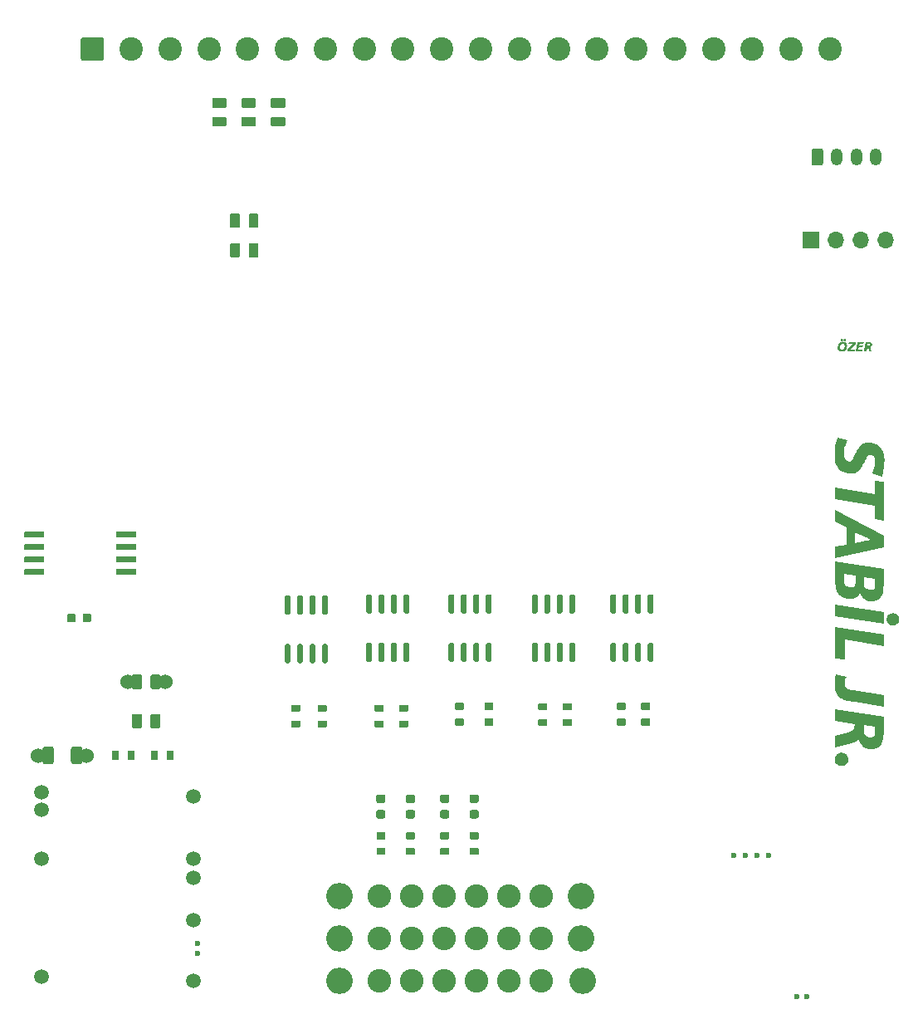
<source format=gts>
G04 #@! TF.GenerationSoftware,KiCad,Pcbnew,8.0.9-8.0.9-0~ubuntu24.04.1*
G04 #@! TF.CreationDate,2025-04-20T18:37:12+00:00*
G04 #@! TF.ProjectId,stabiljr,73746162-696c-46a7-922e-6b696361645f,V1*
G04 #@! TF.SameCoordinates,PX3a2c940PY8e93060*
G04 #@! TF.FileFunction,Soldermask,Top*
G04 #@! TF.FilePolarity,Negative*
%FSLAX46Y46*%
G04 Gerber Fmt 4.6, Leading zero omitted, Abs format (unit mm)*
G04 Created by KiCad (PCBNEW 8.0.9-8.0.9-0~ubuntu24.04.1) date 2025-04-20 18:37:12*
%MOMM*%
%LPD*%
G01*
G04 APERTURE LIST*
%ADD10C,0.250000*%
%ADD11C,0.500000*%
%ADD12C,1.524000*%
%ADD13C,0.600000*%
%ADD14O,1.200000X1.750000*%
%ADD15C,1.500000*%
%ADD16R,1.700000X1.700000*%
%ADD17O,1.700000X1.700000*%
%ADD18O,2.703200X2.703200*%
%ADD19O,2.403200X2.403200*%
%ADD20C,2.400000*%
G04 APERTURE END LIST*
D10*
G36*
X88173144Y72168416D02*
G01*
X88221905Y72162405D01*
X88278251Y72149257D01*
X88329482Y72129847D01*
X88375596Y72104177D01*
X88416593Y72072245D01*
X88445708Y72042192D01*
X88478163Y71998251D01*
X88503902Y71949776D01*
X88522928Y71896768D01*
X88535238Y71839226D01*
X88540367Y71787811D01*
X88541207Y71755451D01*
X88538902Y71692570D01*
X88531987Y71632276D01*
X88520461Y71574570D01*
X88504326Y71519451D01*
X88483581Y71466920D01*
X88458225Y71416976D01*
X88428260Y71369619D01*
X88393684Y71324850D01*
X88357144Y71285878D01*
X88318477Y71252095D01*
X88277683Y71223501D01*
X88234762Y71200096D01*
X88209281Y71189051D01*
X88158074Y71172286D01*
X88108470Y71161990D01*
X88055019Y71156029D01*
X88005094Y71154369D01*
X87954104Y71156239D01*
X87894822Y71163836D01*
X87840488Y71177276D01*
X87791104Y71196560D01*
X87746670Y71221688D01*
X87707184Y71252660D01*
X87685868Y71274048D01*
X87650923Y71319128D01*
X87623209Y71369188D01*
X87602724Y71424229D01*
X87591176Y71473900D01*
X87584649Y71527030D01*
X87583051Y71571780D01*
X87825331Y71571780D01*
X87828811Y71518123D01*
X87841047Y71465532D01*
X87862093Y71421171D01*
X87881018Y71396169D01*
X87922646Y71363128D01*
X87969254Y71346237D01*
X88013398Y71341947D01*
X88067731Y71347978D01*
X88117249Y71366070D01*
X88161952Y71396224D01*
X88196436Y71431670D01*
X88222470Y71467977D01*
X88246217Y71510896D01*
X88265861Y71558442D01*
X88280033Y71605190D01*
X88284019Y71621606D01*
X88293336Y71669813D01*
X88299089Y71719376D01*
X88300383Y71754474D01*
X88296857Y71807200D01*
X88284460Y71859145D01*
X88263137Y71903284D01*
X88243963Y71928375D01*
X88206098Y71959384D01*
X88158997Y71977522D01*
X88108164Y71982841D01*
X88055409Y71976491D01*
X88006291Y71957443D01*
X87964794Y71929107D01*
X87928148Y71892170D01*
X87896796Y71847852D01*
X87873371Y71802262D01*
X87858548Y71764243D01*
X87844016Y71716494D01*
X87833635Y71668500D01*
X87826920Y71614215D01*
X87825331Y71571780D01*
X87583051Y71571780D01*
X87583042Y71572024D01*
X87585051Y71627757D01*
X87591079Y71682117D01*
X87601126Y71735102D01*
X87615191Y71786714D01*
X87633274Y71836951D01*
X87640195Y71853392D01*
X87662505Y71899872D01*
X87687760Y71942989D01*
X87721955Y71990290D01*
X87760392Y72032748D01*
X87803071Y72070364D01*
X87833879Y72092750D01*
X87879103Y72119145D01*
X87928310Y72140080D01*
X87981501Y72155553D01*
X88038677Y72165565D01*
X88089367Y72169737D01*
X88121109Y72170419D01*
X88173144Y72168416D01*
G37*
G36*
X88057657Y72458993D02*
G01*
X88100422Y72431432D01*
X88102791Y72429072D01*
X88129090Y72387206D01*
X88136496Y72342366D01*
X88126984Y72292107D01*
X88102791Y72255660D01*
X88060232Y72226900D01*
X88011348Y72217351D01*
X88007780Y72217314D01*
X87958318Y72225739D01*
X87915140Y72253301D01*
X87912770Y72255660D01*
X87886470Y72297319D01*
X87879064Y72341633D01*
X87887491Y72390177D01*
X87912770Y72429317D01*
X87956062Y72457893D01*
X88005632Y72467381D01*
X88009246Y72467419D01*
X88057657Y72458993D01*
G37*
G36*
X88373351Y72457832D02*
G01*
X88415422Y72429072D01*
X88441721Y72387206D01*
X88449127Y72342366D01*
X88439615Y72292107D01*
X88415422Y72255660D01*
X88372862Y72226900D01*
X88323979Y72217351D01*
X88320411Y72217314D01*
X88270948Y72225739D01*
X88227771Y72253301D01*
X88225401Y72255660D01*
X88199101Y72297319D01*
X88191695Y72341633D01*
X88200122Y72390543D01*
X88225401Y72429317D01*
X88268815Y72457893D01*
X88318721Y72467381D01*
X88322365Y72467419D01*
X88373351Y72457832D01*
G37*
G36*
X88544870Y71170000D02*
G01*
X88570760Y71335353D01*
X89118108Y71967209D01*
X88688485Y71967209D01*
X88717794Y72154788D01*
X89455652Y72154788D01*
X89429030Y71988703D01*
X88877041Y71357579D01*
X89345010Y71357579D01*
X89314724Y71170000D01*
X88544870Y71170000D01*
G37*
G36*
X89456873Y71170000D02*
G01*
X89613189Y72154788D01*
X90237473Y72154788D01*
X90208164Y71967209D01*
X89818841Y71967209D01*
X89786357Y71763999D01*
X90155652Y71763999D01*
X90126587Y71576421D01*
X89757048Y71576421D01*
X89721877Y71357579D01*
X90130983Y71357579D01*
X90101674Y71170000D01*
X89456873Y71170000D01*
G37*
G36*
X90785149Y72153702D02*
G01*
X90841500Y72149535D01*
X90890794Y72142242D01*
X90939381Y72129783D01*
X90983147Y72110335D01*
X91025116Y72079169D01*
X91056777Y72040592D01*
X91078130Y71994605D01*
X91089175Y71941209D01*
X91090858Y71907370D01*
X91086311Y71851499D01*
X91072672Y71801215D01*
X91049940Y71756517D01*
X91018115Y71717406D01*
X90995847Y71697565D01*
X90952412Y71668660D01*
X90907042Y71648623D01*
X90885450Y71642366D01*
X90921267Y71606521D01*
X90933565Y71585213D01*
X90951501Y71537994D01*
X90966950Y71488951D01*
X90981398Y71440068D01*
X90983635Y71432317D01*
X91057641Y71170000D01*
X90817306Y71170000D01*
X90765771Y71361243D01*
X90752576Y71408805D01*
X90736400Y71459001D01*
X90716216Y71506754D01*
X90709839Y71517802D01*
X90672831Y71550729D01*
X90654640Y71556881D01*
X90606524Y71560789D01*
X90575261Y71560789D01*
X90513468Y71170000D01*
X90278018Y71170000D01*
X90369822Y71748368D01*
X90598220Y71748368D01*
X90661967Y71748368D01*
X90712144Y71751092D01*
X90761611Y71761820D01*
X90800697Y71782806D01*
X90833590Y71820021D01*
X90850260Y71869656D01*
X90851500Y71889784D01*
X90840753Y71939182D01*
X90808513Y71969163D01*
X90760153Y71980223D01*
X90706771Y71982827D01*
X90702023Y71982841D01*
X90635589Y71982841D01*
X90598220Y71748368D01*
X90369822Y71748368D01*
X90434333Y72154788D01*
X90732798Y72154788D01*
X90785149Y72153702D01*
G37*
D11*
G36*
X87583251Y62380322D02*
G01*
X88588311Y62115318D01*
X88484281Y61878175D01*
X88391848Y61648891D01*
X88351395Y61535241D01*
X88282917Y61297616D01*
X88233114Y61040159D01*
X88210979Y60789620D01*
X88209734Y60715807D01*
X88233977Y60466056D01*
X88325139Y60232664D01*
X88414898Y60122296D01*
X88625844Y59990062D01*
X88762944Y59968423D01*
X88994333Y60056233D01*
X89029169Y60091766D01*
X89168686Y60297963D01*
X89180600Y60321354D01*
X89380879Y60723134D01*
X89499360Y60950122D01*
X89633791Y61180973D01*
X89782416Y61400010D01*
X89943234Y61589313D01*
X89978053Y61623169D01*
X90188402Y61773865D01*
X90434768Y61868747D01*
X90687291Y61906421D01*
X90777948Y61908933D01*
X91031183Y61890128D01*
X91304593Y61820655D01*
X91554278Y61699991D01*
X91780237Y61528136D01*
X91927110Y61374041D01*
X92071538Y61174072D01*
X92186084Y60951520D01*
X92270749Y60706385D01*
X92325532Y60438667D01*
X92350433Y60148366D01*
X92352093Y60046581D01*
X92345355Y59797979D01*
X92325140Y59547529D01*
X92291450Y59295230D01*
X92244283Y59041083D01*
X92183639Y58785087D01*
X92109520Y58527243D01*
X92076099Y58423587D01*
X91151639Y58744767D01*
X91240869Y59020914D01*
X91311638Y59277827D01*
X91370868Y59553249D01*
X91404970Y59802491D01*
X91414200Y59995290D01*
X91388201Y60239582D01*
X91284817Y60469972D01*
X91256664Y60504536D01*
X91046090Y60644535D01*
X90912281Y60663294D01*
X90680173Y60567887D01*
X90627739Y60506979D01*
X90503103Y60292828D01*
X90378622Y60053913D01*
X90338311Y59974529D01*
X90211786Y59730468D01*
X90074267Y59486318D01*
X89930412Y59260813D01*
X89770557Y59059217D01*
X89755792Y59043964D01*
X89560499Y58888707D01*
X89329077Y58784261D01*
X89061528Y58730626D01*
X88897278Y58722785D01*
X88625324Y58742148D01*
X88374579Y58800237D01*
X88145043Y58897051D01*
X87936717Y59032592D01*
X87749599Y59206858D01*
X87691939Y59273552D01*
X87549172Y59479089D01*
X87435942Y59711930D01*
X87352251Y59972077D01*
X87298098Y60259530D01*
X87275534Y60519933D01*
X87271842Y60685276D01*
X87279445Y60967515D01*
X87302253Y61243314D01*
X87340267Y61512673D01*
X87393486Y61775591D01*
X87461911Y62032070D01*
X87545542Y62282109D01*
X87583251Y62380322D01*
G37*
G36*
X87350000Y57269540D02*
G01*
X91336043Y56638172D01*
X91336043Y58016923D01*
X92273935Y57865492D01*
X92273935Y53939289D01*
X91336043Y54090719D01*
X91336043Y55460922D01*
X87350000Y56095953D01*
X87350000Y57269540D01*
G37*
G36*
X92273935Y52407886D02*
G01*
X92273935Y51213539D01*
X87350000Y50082694D01*
X87350000Y51272157D01*
X88522365Y51499303D01*
X88522365Y51665388D01*
X89382100Y51665388D01*
X90098953Y51803385D01*
X90370062Y51858263D01*
X90613084Y51904440D01*
X90877362Y51949926D01*
X91014863Y51970691D01*
X90774122Y52081000D01*
X90534077Y52198494D01*
X90307695Y52312926D01*
X90277250Y52328507D01*
X89382100Y52770587D01*
X89382100Y51665388D01*
X88522365Y51665388D01*
X88522365Y53222436D01*
X87350000Y53809840D01*
X87350000Y55042045D01*
X92273935Y52407886D01*
G37*
G36*
X92273935Y49000698D02*
G01*
X92273935Y47580426D01*
X92270137Y47308586D01*
X92256494Y47036121D01*
X92229285Y46778317D01*
X92194556Y46592464D01*
X92111352Y46348302D01*
X91973583Y46121423D01*
X91788111Y45941294D01*
X91723168Y45896372D01*
X91494762Y45787722D01*
X91238193Y45729218D01*
X91051500Y45718074D01*
X90793659Y45738995D01*
X90529610Y45814138D01*
X90298228Y45943930D01*
X90099513Y46128371D01*
X90076971Y46155269D01*
X89935720Y46363023D01*
X89871807Y46515527D01*
X89751802Y46297115D01*
X89545818Y46113189D01*
X89305350Y46009730D01*
X89054490Y45963748D01*
X88864305Y45954990D01*
X88597093Y45973952D01*
X88343476Y46030839D01*
X88103455Y46125650D01*
X88057083Y46149163D01*
X87832294Y46295383D01*
X87652522Y46478505D01*
X87517765Y46698527D01*
X87462351Y46836707D01*
X87398385Y47085486D01*
X87365799Y47329390D01*
X87351755Y47576686D01*
X87350000Y47711096D01*
X87350000Y48105548D01*
X88209734Y48105548D01*
X88218332Y47839855D01*
X88252191Y47590158D01*
X88318422Y47411899D01*
X88500460Y47246577D01*
X88588311Y47204292D01*
X88832105Y47143563D01*
X88930251Y47138347D01*
X89177296Y47181012D01*
X89362561Y47332520D01*
X89444134Y47578373D01*
X89454334Y47731857D01*
X90241835Y47731857D01*
X90257100Y47465408D01*
X90315718Y47224065D01*
X90398150Y47088277D01*
X90600877Y46943854D01*
X90856430Y46880308D01*
X90939148Y46877007D01*
X91181364Y46926648D01*
X91349476Y47102931D01*
X91403518Y47341397D01*
X91414200Y47593860D01*
X91414200Y47987091D01*
X90241835Y48173936D01*
X90241835Y47731857D01*
X89454334Y47731857D01*
X89460258Y47821005D01*
X89460258Y48299721D01*
X88209734Y48496337D01*
X88209734Y48105548D01*
X87350000Y48105548D01*
X87350000Y49782275D01*
X92273935Y49000698D01*
G37*
G36*
X87350000Y45384683D02*
G01*
X92273935Y44603106D01*
X92273935Y43425855D01*
X87350000Y44207432D01*
X87350000Y45384683D01*
G37*
G36*
X93837090Y43848395D02*
G01*
X93794961Y43606341D01*
X93657155Y43392514D01*
X93645359Y43380670D01*
X93436029Y43249173D01*
X93211828Y43212143D01*
X92960531Y43259706D01*
X92778297Y43380670D01*
X92634499Y43593467D01*
X92586753Y43837883D01*
X92586566Y43855723D01*
X92628694Y44103037D01*
X92766501Y44318924D01*
X92778297Y44330775D01*
X92986593Y44462273D01*
X93208164Y44499303D01*
X93452712Y44457171D01*
X93646580Y44330775D01*
X93789462Y44114315D01*
X93836903Y43866464D01*
X93837090Y43848395D01*
G37*
G36*
X87350000Y43122994D02*
G01*
X92273935Y42341417D01*
X92273935Y41162945D01*
X88287892Y41797977D01*
X88287892Y39752443D01*
X87350000Y39898989D01*
X87350000Y43122994D01*
G37*
G36*
X92273935Y36148640D02*
G01*
X92273935Y34970168D01*
X89373551Y35434229D01*
X89103227Y35476692D01*
X88821813Y35524891D01*
X88552752Y35577326D01*
X88300584Y35638731D01*
X88206071Y35669924D01*
X87968697Y35781741D01*
X87765823Y35919357D01*
X87578827Y36105011D01*
X87463572Y36271982D01*
X87362464Y36504204D01*
X87303485Y36747464D01*
X87276523Y36990944D01*
X87271842Y37156141D01*
X87279322Y37410434D01*
X87306188Y37686600D01*
X87352595Y37947349D01*
X87418540Y38192679D01*
X87428157Y38222261D01*
X88457641Y37998779D01*
X88368125Y37757613D01*
X88304469Y37502532D01*
X88287892Y37318563D01*
X88329967Y37064913D01*
X88481092Y36855169D01*
X88507711Y36834962D01*
X88750427Y36735128D01*
X88993596Y36678003D01*
X89173272Y36645674D01*
X92273935Y36148640D01*
G37*
G36*
X92273935Y33916260D02*
G01*
X92273935Y32423936D01*
X92268509Y32162180D01*
X92247672Y31880423D01*
X92211207Y31633957D01*
X92148913Y31391018D01*
X92051674Y31172192D01*
X91895840Y30962344D01*
X91702956Y30804039D01*
X91473023Y30697274D01*
X91206041Y30642051D01*
X91036845Y30633636D01*
X90757491Y30656368D01*
X90506070Y30724564D01*
X90282582Y30838224D01*
X90087027Y30997348D01*
X89987822Y31108689D01*
X89843297Y31325864D01*
X89743112Y31552714D01*
X89711828Y31660677D01*
X89532603Y31481589D01*
X89426064Y31420098D01*
X89189966Y31330421D01*
X88944753Y31253173D01*
X88700336Y31180937D01*
X88661584Y31169749D01*
X87350000Y30799721D01*
X87350000Y32001396D01*
X88306210Y32259072D01*
X88544024Y32325048D01*
X88795001Y32405923D01*
X89033768Y32506845D01*
X89089009Y32538730D01*
X89253641Y32723771D01*
X89272012Y32778088D01*
X90241835Y32778088D01*
X90255455Y32527208D01*
X90309097Y32279871D01*
X90414026Y32084439D01*
X90600101Y31919976D01*
X90848275Y31836628D01*
X90948918Y31830426D01*
X91195908Y31884160D01*
X91345812Y32045360D01*
X91401111Y32287160D01*
X91414134Y32554072D01*
X91414200Y32577809D01*
X91414200Y32909980D01*
X90241835Y33096825D01*
X90241835Y32778088D01*
X89272012Y32778088D01*
X89284403Y32814725D01*
X89303942Y33055304D01*
X89303942Y33211619D01*
X87350000Y33520587D01*
X87350000Y34697837D01*
X92273935Y33916260D01*
G37*
G36*
X88678681Y29591940D02*
G01*
X88637307Y29344668D01*
X88501155Y29123830D01*
X88462526Y29085137D01*
X88241486Y28954161D01*
X87985460Y28910673D01*
X87966713Y28910503D01*
X87717377Y28949143D01*
X87499925Y29075539D01*
X87487997Y29086358D01*
X87340235Y29285378D01*
X87275219Y29525537D01*
X87271842Y29601710D01*
X87313215Y29849116D01*
X87449367Y30068022D01*
X87487997Y30106072D01*
X87697708Y30238432D01*
X87944449Y30289755D01*
X87980146Y30290475D01*
X88230286Y30249688D01*
X88450372Y30116271D01*
X88462526Y30104850D01*
X88610288Y29906298D01*
X88675303Y29667541D01*
X88678681Y29591940D01*
G37*
G04 #@! TO.C,R1*
G36*
G01*
X31905000Y35150000D02*
X32685000Y35150000D01*
G75*
G02*
X32755000Y35080000I0J-70000D01*
G01*
X32755000Y34520000D01*
G75*
G02*
X32685000Y34450000I-70000J0D01*
G01*
X31905000Y34450000D01*
G75*
G02*
X31835000Y34520000I0J70000D01*
G01*
X31835000Y35080000D01*
G75*
G02*
X31905000Y35150000I70000J0D01*
G01*
G37*
G36*
G01*
X31905000Y33550000D02*
X32685000Y33550000D01*
G75*
G02*
X32755000Y33480000I0J-70000D01*
G01*
X32755000Y32920000D01*
G75*
G02*
X32685000Y32850000I-70000J0D01*
G01*
X31905000Y32850000D01*
G75*
G02*
X31835000Y32920000I0J70000D01*
G01*
X31835000Y33480000D01*
G75*
G02*
X31905000Y33550000I70000J0D01*
G01*
G37*
G04 #@! TD*
G04 #@! TO.C,R22*
G36*
G01*
X57890000Y33000000D02*
X57110000Y33000000D01*
G75*
G02*
X57040000Y33070000I0J70000D01*
G01*
X57040000Y33630000D01*
G75*
G02*
X57110000Y33700000I70000J0D01*
G01*
X57890000Y33700000D01*
G75*
G02*
X57960000Y33630000I0J-70000D01*
G01*
X57960000Y33070000D01*
G75*
G02*
X57890000Y33000000I-70000J0D01*
G01*
G37*
G36*
G01*
X57890000Y34600000D02*
X57110000Y34600000D01*
G75*
G02*
X57040000Y34670000I0J70000D01*
G01*
X57040000Y35230000D01*
G75*
G02*
X57110000Y35300000I70000J0D01*
G01*
X57890000Y35300000D01*
G75*
G02*
X57960000Y35230000I0J-70000D01*
G01*
X57960000Y34670000D01*
G75*
G02*
X57890000Y34600000I-70000J0D01*
G01*
G37*
G04 #@! TD*
G04 #@! TO.C,MAP1*
G36*
G01*
X16010000Y48943700D02*
X16010000Y48436300D01*
G75*
G02*
X15968700Y48395000I-41300J0D01*
G01*
X14031300Y48395000D01*
G75*
G02*
X13990000Y48436300I0J41300D01*
G01*
X13990000Y48943700D01*
G75*
G02*
X14031300Y48985000I41300J0D01*
G01*
X15968700Y48985000D01*
G75*
G02*
X16010000Y48943700I0J-41300D01*
G01*
G37*
G36*
G01*
X16010000Y50213700D02*
X16010000Y49706300D01*
G75*
G02*
X15968700Y49665000I-41300J0D01*
G01*
X14031300Y49665000D01*
G75*
G02*
X13990000Y49706300I0J41300D01*
G01*
X13990000Y50213700D01*
G75*
G02*
X14031300Y50255000I41300J0D01*
G01*
X15968700Y50255000D01*
G75*
G02*
X16010000Y50213700I0J-41300D01*
G01*
G37*
G36*
G01*
X16010000Y51483700D02*
X16010000Y50976300D01*
G75*
G02*
X15968700Y50935000I-41300J0D01*
G01*
X14031300Y50935000D01*
G75*
G02*
X13990000Y50976300I0J41300D01*
G01*
X13990000Y51483700D01*
G75*
G02*
X14031300Y51525000I41300J0D01*
G01*
X15968700Y51525000D01*
G75*
G02*
X16010000Y51483700I0J-41300D01*
G01*
G37*
G36*
G01*
X16010000Y52753700D02*
X16010000Y52246300D01*
G75*
G02*
X15968700Y52205000I-41300J0D01*
G01*
X14031300Y52205000D01*
G75*
G02*
X13990000Y52246300I0J41300D01*
G01*
X13990000Y52753700D01*
G75*
G02*
X14031300Y52795000I41300J0D01*
G01*
X15968700Y52795000D01*
G75*
G02*
X16010000Y52753700I0J-41300D01*
G01*
G37*
G36*
G01*
X6650000Y52753700D02*
X6650000Y52246300D01*
G75*
G02*
X6608700Y52205000I-41300J0D01*
G01*
X4671300Y52205000D01*
G75*
G02*
X4630000Y52246300I0J41300D01*
G01*
X4630000Y52753700D01*
G75*
G02*
X4671300Y52795000I41300J0D01*
G01*
X6608700Y52795000D01*
G75*
G02*
X6650000Y52753700I0J-41300D01*
G01*
G37*
G36*
G01*
X6650000Y51483700D02*
X6650000Y50976300D01*
G75*
G02*
X6608700Y50935000I-41300J0D01*
G01*
X4671300Y50935000D01*
G75*
G02*
X4630000Y50976300I0J41300D01*
G01*
X4630000Y51483700D01*
G75*
G02*
X4671300Y51525000I41300J0D01*
G01*
X6608700Y51525000D01*
G75*
G02*
X6650000Y51483700I0J-41300D01*
G01*
G37*
G36*
G01*
X6650000Y50213700D02*
X6650000Y49706300D01*
G75*
G02*
X6608700Y49665000I-41300J0D01*
G01*
X4671300Y49665000D01*
G75*
G02*
X4630000Y49706300I0J41300D01*
G01*
X4630000Y50213700D01*
G75*
G02*
X4671300Y50255000I41300J0D01*
G01*
X6608700Y50255000D01*
G75*
G02*
X6650000Y50213700I0J-41300D01*
G01*
G37*
G36*
G01*
X6650000Y48943700D02*
X6650000Y48436300D01*
G75*
G02*
X6608700Y48395000I-41300J0D01*
G01*
X4671300Y48395000D01*
G75*
G02*
X4630000Y48436300I0J41300D01*
G01*
X4630000Y48943700D01*
G75*
G02*
X4671300Y48985000I41300J0D01*
G01*
X6608700Y48985000D01*
G75*
G02*
X6650000Y48943700I0J-41300D01*
G01*
G37*
G04 #@! TD*
D12*
G04 #@! TO.C,R9*
X15144979Y37500000D03*
G36*
G01*
X15599978Y36875000D02*
X15599978Y38125000D01*
G75*
G02*
X15699978Y38225000I100000J0D01*
G01*
X16499978Y38225000D01*
G75*
G02*
X16599978Y38125000I0J-100000D01*
G01*
X16599978Y36875000D01*
G75*
G02*
X16499978Y36775000I-100000J0D01*
G01*
X15699978Y36775000D01*
G75*
G02*
X15599978Y36875000I0J100000D01*
G01*
G37*
G36*
G01*
X17500000Y36875000D02*
X17500000Y38125000D01*
G75*
G02*
X17600000Y38225000I100000J0D01*
G01*
X18400000Y38225000D01*
G75*
G02*
X18500000Y38125000I0J-100000D01*
G01*
X18500000Y36875000D01*
G75*
G02*
X18400000Y36775000I-100000J0D01*
G01*
X17600000Y36775000D01*
G75*
G02*
X17500000Y36875000I0J100000D01*
G01*
G37*
X18954979Y37500000D03*
G04 #@! TD*
G04 #@! TO.C,R11*
G36*
G01*
X41390000Y19850000D02*
X40610000Y19850000D01*
G75*
G02*
X40540000Y19920000I0J70000D01*
G01*
X40540000Y20480000D01*
G75*
G02*
X40610000Y20550000I70000J0D01*
G01*
X41390000Y20550000D01*
G75*
G02*
X41460000Y20480000I0J-70000D01*
G01*
X41460000Y19920000D01*
G75*
G02*
X41390000Y19850000I-70000J0D01*
G01*
G37*
G36*
G01*
X41390000Y21450000D02*
X40610000Y21450000D01*
G75*
G02*
X40540000Y21520000I0J70000D01*
G01*
X40540000Y22080000D01*
G75*
G02*
X40610000Y22150000I70000J0D01*
G01*
X41390000Y22150000D01*
G75*
G02*
X41460000Y22080000I0J-70000D01*
G01*
X41460000Y21520000D01*
G75*
G02*
X41390000Y21450000I-70000J0D01*
G01*
G37*
G04 #@! TD*
G04 #@! TO.C,R14*
G36*
G01*
X50890000Y19850000D02*
X50110000Y19850000D01*
G75*
G02*
X50040000Y19920000I0J70000D01*
G01*
X50040000Y20480000D01*
G75*
G02*
X50110000Y20550000I70000J0D01*
G01*
X50890000Y20550000D01*
G75*
G02*
X50960000Y20480000I0J-70000D01*
G01*
X50960000Y19920000D01*
G75*
G02*
X50890000Y19850000I-70000J0D01*
G01*
G37*
G36*
G01*
X50890000Y21450000D02*
X50110000Y21450000D01*
G75*
G02*
X50040000Y21520000I0J70000D01*
G01*
X50040000Y22080000D01*
G75*
G02*
X50110000Y22150000I70000J0D01*
G01*
X50890000Y22150000D01*
G75*
G02*
X50960000Y22080000I0J-70000D01*
G01*
X50960000Y21520000D01*
G75*
G02*
X50890000Y21450000I-70000J0D01*
G01*
G37*
G04 #@! TD*
G04 #@! TO.C,F11*
G36*
G01*
X41226250Y23562500D02*
X40713750Y23562500D01*
G75*
G02*
X40495000Y23781250I0J218750D01*
G01*
X40495000Y24218750D01*
G75*
G02*
X40713750Y24437500I218750J0D01*
G01*
X41226250Y24437500D01*
G75*
G02*
X41445000Y24218750I0J-218750D01*
G01*
X41445000Y23781250D01*
G75*
G02*
X41226250Y23562500I-218750J0D01*
G01*
G37*
G36*
G01*
X41226250Y25137500D02*
X40713750Y25137500D01*
G75*
G02*
X40495000Y25356250I0J218750D01*
G01*
X40495000Y25793750D01*
G75*
G02*
X40713750Y26012500I218750J0D01*
G01*
X41226250Y26012500D01*
G75*
G02*
X41445000Y25793750I0J-218750D01*
G01*
X41445000Y25356250D01*
G75*
G02*
X41226250Y25137500I-218750J0D01*
G01*
G37*
G04 #@! TD*
G04 #@! TO.C,U2*
G36*
G01*
X39935000Y39525000D02*
X39635000Y39525000D01*
G75*
G02*
X39485000Y39675000I0J150000D01*
G01*
X39485000Y41325000D01*
G75*
G02*
X39635000Y41475000I150000J0D01*
G01*
X39935000Y41475000D01*
G75*
G02*
X40085000Y41325000I0J-150000D01*
G01*
X40085000Y39675000D01*
G75*
G02*
X39935000Y39525000I-150000J0D01*
G01*
G37*
G36*
G01*
X41205000Y39525000D02*
X40905000Y39525000D01*
G75*
G02*
X40755000Y39675000I0J150000D01*
G01*
X40755000Y41325000D01*
G75*
G02*
X40905000Y41475000I150000J0D01*
G01*
X41205000Y41475000D01*
G75*
G02*
X41355000Y41325000I0J-150000D01*
G01*
X41355000Y39675000D01*
G75*
G02*
X41205000Y39525000I-150000J0D01*
G01*
G37*
G36*
G01*
X42475000Y39525000D02*
X42175000Y39525000D01*
G75*
G02*
X42025000Y39675000I0J150000D01*
G01*
X42025000Y41325000D01*
G75*
G02*
X42175000Y41475000I150000J0D01*
G01*
X42475000Y41475000D01*
G75*
G02*
X42625000Y41325000I0J-150000D01*
G01*
X42625000Y39675000D01*
G75*
G02*
X42475000Y39525000I-150000J0D01*
G01*
G37*
G36*
G01*
X43745000Y39525000D02*
X43445000Y39525000D01*
G75*
G02*
X43295000Y39675000I0J150000D01*
G01*
X43295000Y41325000D01*
G75*
G02*
X43445000Y41475000I150000J0D01*
G01*
X43745000Y41475000D01*
G75*
G02*
X43895000Y41325000I0J-150000D01*
G01*
X43895000Y39675000D01*
G75*
G02*
X43745000Y39525000I-150000J0D01*
G01*
G37*
G36*
G01*
X43745000Y44475000D02*
X43445000Y44475000D01*
G75*
G02*
X43295000Y44625000I0J150000D01*
G01*
X43295000Y46275000D01*
G75*
G02*
X43445000Y46425000I150000J0D01*
G01*
X43745000Y46425000D01*
G75*
G02*
X43895000Y46275000I0J-150000D01*
G01*
X43895000Y44625000D01*
G75*
G02*
X43745000Y44475000I-150000J0D01*
G01*
G37*
G36*
G01*
X42475000Y44475000D02*
X42175000Y44475000D01*
G75*
G02*
X42025000Y44625000I0J150000D01*
G01*
X42025000Y46275000D01*
G75*
G02*
X42175000Y46425000I150000J0D01*
G01*
X42475000Y46425000D01*
G75*
G02*
X42625000Y46275000I0J-150000D01*
G01*
X42625000Y44625000D01*
G75*
G02*
X42475000Y44475000I-150000J0D01*
G01*
G37*
G36*
G01*
X41205000Y44475000D02*
X40905000Y44475000D01*
G75*
G02*
X40755000Y44625000I0J150000D01*
G01*
X40755000Y46275000D01*
G75*
G02*
X40905000Y46425000I150000J0D01*
G01*
X41205000Y46425000D01*
G75*
G02*
X41355000Y46275000I0J-150000D01*
G01*
X41355000Y44625000D01*
G75*
G02*
X41205000Y44475000I-150000J0D01*
G01*
G37*
G36*
G01*
X39935000Y44475000D02*
X39635000Y44475000D01*
G75*
G02*
X39485000Y44625000I0J150000D01*
G01*
X39485000Y46275000D01*
G75*
G02*
X39635000Y46425000I150000J0D01*
G01*
X39935000Y46425000D01*
G75*
G02*
X40085000Y46275000I0J-150000D01*
G01*
X40085000Y44625000D01*
G75*
G02*
X39935000Y44475000I-150000J0D01*
G01*
G37*
G04 #@! TD*
G04 #@! TO.C,R32*
G36*
G01*
X26875000Y97000000D02*
X28125000Y97000000D01*
G75*
G02*
X28225000Y96900000I0J-100000D01*
G01*
X28225000Y96100000D01*
G75*
G02*
X28125000Y96000000I-100000J0D01*
G01*
X26875000Y96000000D01*
G75*
G02*
X26775000Y96100000I0J100000D01*
G01*
X26775000Y96900000D01*
G75*
G02*
X26875000Y97000000I100000J0D01*
G01*
G37*
G36*
G01*
X26875000Y95099978D02*
X28125000Y95099978D01*
G75*
G02*
X28225000Y94999978I0J-100000D01*
G01*
X28225000Y94199978D01*
G75*
G02*
X28125000Y94099978I-100000J0D01*
G01*
X26875000Y94099978D01*
G75*
G02*
X26775000Y94199978I0J100000D01*
G01*
X26775000Y94999978D01*
G75*
G02*
X26875000Y95099978I100000J0D01*
G01*
G37*
G04 #@! TD*
G04 #@! TO.C,R4*
G36*
G01*
X42905000Y35150000D02*
X43685000Y35150000D01*
G75*
G02*
X43755000Y35080000I0J-70000D01*
G01*
X43755000Y34520000D01*
G75*
G02*
X43685000Y34450000I-70000J0D01*
G01*
X42905000Y34450000D01*
G75*
G02*
X42835000Y34520000I0J70000D01*
G01*
X42835000Y35080000D01*
G75*
G02*
X42905000Y35150000I70000J0D01*
G01*
G37*
G36*
G01*
X42905000Y33550000D02*
X43685000Y33550000D01*
G75*
G02*
X43755000Y33480000I0J-70000D01*
G01*
X43755000Y32920000D01*
G75*
G02*
X43685000Y32850000I-70000J0D01*
G01*
X42905000Y32850000D01*
G75*
G02*
X42835000Y32920000I0J70000D01*
G01*
X42835000Y33480000D01*
G75*
G02*
X42905000Y33550000I70000J0D01*
G01*
G37*
G04 #@! TD*
G04 #@! TO.C,R24*
G36*
G01*
X49390000Y33050000D02*
X48610000Y33050000D01*
G75*
G02*
X48540000Y33120000I0J70000D01*
G01*
X48540000Y33680000D01*
G75*
G02*
X48610000Y33750000I70000J0D01*
G01*
X49390000Y33750000D01*
G75*
G02*
X49460000Y33680000I0J-70000D01*
G01*
X49460000Y33120000D01*
G75*
G02*
X49390000Y33050000I-70000J0D01*
G01*
G37*
G36*
G01*
X49390000Y34650000D02*
X48610000Y34650000D01*
G75*
G02*
X48540000Y34720000I0J70000D01*
G01*
X48540000Y35280000D01*
G75*
G02*
X48610000Y35350000I70000J0D01*
G01*
X49390000Y35350000D01*
G75*
G02*
X49460000Y35280000I0J-70000D01*
G01*
X49460000Y34720000D01*
G75*
G02*
X49390000Y34650000I-70000J0D01*
G01*
G37*
G04 #@! TD*
D13*
G04 #@! TO.C,M4*
X79375000Y19825000D03*
X80575000Y19825000D03*
X78175000Y19825000D03*
X76975000Y19825000D03*
X83435000Y5400000D03*
X84435000Y5400000D03*
G04 #@! TD*
G04 #@! TO.C,USB1*
G36*
G01*
X84900000Y90375000D02*
X84900000Y91625000D01*
G75*
G02*
X85150000Y91875000I250000J0D01*
G01*
X85850000Y91875000D01*
G75*
G02*
X86100000Y91625000I0J-250000D01*
G01*
X86100000Y90375000D01*
G75*
G02*
X85850000Y90125000I-250000J0D01*
G01*
X85150000Y90125000D01*
G75*
G02*
X84900000Y90375000I0J250000D01*
G01*
G37*
D14*
X87500000Y91000000D03*
X89500000Y91000000D03*
X91500000Y91000000D03*
G04 #@! TD*
G04 #@! TO.C,R3*
G36*
G01*
X40405000Y35150000D02*
X41185000Y35150000D01*
G75*
G02*
X41255000Y35080000I0J-70000D01*
G01*
X41255000Y34520000D01*
G75*
G02*
X41185000Y34450000I-70000J0D01*
G01*
X40405000Y34450000D01*
G75*
G02*
X40335000Y34520000I0J70000D01*
G01*
X40335000Y35080000D01*
G75*
G02*
X40405000Y35150000I70000J0D01*
G01*
G37*
G36*
G01*
X40405000Y33550000D02*
X41185000Y33550000D01*
G75*
G02*
X41255000Y33480000I0J-70000D01*
G01*
X41255000Y32920000D01*
G75*
G02*
X41185000Y32850000I-70000J0D01*
G01*
X40405000Y32850000D01*
G75*
G02*
X40335000Y32920000I0J70000D01*
G01*
X40335000Y33480000D01*
G75*
G02*
X40405000Y33550000I70000J0D01*
G01*
G37*
G04 #@! TD*
G04 #@! TO.C,R5*
G36*
G01*
X67610000Y35350000D02*
X68390000Y35350000D01*
G75*
G02*
X68460000Y35280000I0J-70000D01*
G01*
X68460000Y34720000D01*
G75*
G02*
X68390000Y34650000I-70000J0D01*
G01*
X67610000Y34650000D01*
G75*
G02*
X67540000Y34720000I0J70000D01*
G01*
X67540000Y35280000D01*
G75*
G02*
X67610000Y35350000I70000J0D01*
G01*
G37*
G36*
G01*
X67610000Y33750000D02*
X68390000Y33750000D01*
G75*
G02*
X68460000Y33680000I0J-70000D01*
G01*
X68460000Y33120000D01*
G75*
G02*
X68390000Y33050000I-70000J0D01*
G01*
X67610000Y33050000D01*
G75*
G02*
X67540000Y33120000I0J70000D01*
G01*
X67540000Y33680000D01*
G75*
G02*
X67610000Y33750000I70000J0D01*
G01*
G37*
G04 #@! TD*
G04 #@! TO.C,R31*
G36*
G01*
X23875000Y97000000D02*
X25125000Y97000000D01*
G75*
G02*
X25225000Y96900000I0J-100000D01*
G01*
X25225000Y96100000D01*
G75*
G02*
X25125000Y96000000I-100000J0D01*
G01*
X23875000Y96000000D01*
G75*
G02*
X23775000Y96100000I0J100000D01*
G01*
X23775000Y96900000D01*
G75*
G02*
X23875000Y97000000I100000J0D01*
G01*
G37*
G36*
G01*
X23875000Y95099978D02*
X25125000Y95099978D01*
G75*
G02*
X25225000Y94999978I0J-100000D01*
G01*
X25225000Y94199978D01*
G75*
G02*
X25125000Y94099978I-100000J0D01*
G01*
X23875000Y94099978D01*
G75*
G02*
X23775000Y94199978I0J100000D01*
G01*
X23775000Y94999978D01*
G75*
G02*
X23875000Y95099978I100000J0D01*
G01*
G37*
G04 #@! TD*
G04 #@! TO.C,R41*
G36*
G01*
X25599978Y80875000D02*
X25599978Y82125000D01*
G75*
G02*
X25699978Y82225000I100000J0D01*
G01*
X26499978Y82225000D01*
G75*
G02*
X26599978Y82125000I0J-100000D01*
G01*
X26599978Y80875000D01*
G75*
G02*
X26499978Y80775000I-100000J0D01*
G01*
X25699978Y80775000D01*
G75*
G02*
X25599978Y80875000I0J100000D01*
G01*
G37*
G36*
G01*
X27500000Y80875000D02*
X27500000Y82125000D01*
G75*
G02*
X27600000Y82225000I100000J0D01*
G01*
X28400000Y82225000D01*
G75*
G02*
X28500000Y82125000I0J-100000D01*
G01*
X28500000Y80875000D01*
G75*
G02*
X28400000Y80775000I-100000J0D01*
G01*
X27600000Y80775000D01*
G75*
G02*
X27500000Y80875000I0J100000D01*
G01*
G37*
G04 #@! TD*
G04 #@! TO.C,R12*
G36*
G01*
X44390000Y19850000D02*
X43610000Y19850000D01*
G75*
G02*
X43540000Y19920000I0J70000D01*
G01*
X43540000Y20480000D01*
G75*
G02*
X43610000Y20550000I70000J0D01*
G01*
X44390000Y20550000D01*
G75*
G02*
X44460000Y20480000I0J-70000D01*
G01*
X44460000Y19920000D01*
G75*
G02*
X44390000Y19850000I-70000J0D01*
G01*
G37*
G36*
G01*
X44390000Y21450000D02*
X43610000Y21450000D01*
G75*
G02*
X43540000Y21520000I0J70000D01*
G01*
X43540000Y22080000D01*
G75*
G02*
X43610000Y22150000I70000J0D01*
G01*
X44390000Y22150000D01*
G75*
G02*
X44460000Y22080000I0J-70000D01*
G01*
X44460000Y21520000D01*
G75*
G02*
X44390000Y21450000I-70000J0D01*
G01*
G37*
G04 #@! TD*
G04 #@! TO.C,R42*
G36*
G01*
X25599978Y83875000D02*
X25599978Y85125000D01*
G75*
G02*
X25699978Y85225000I100000J0D01*
G01*
X26499978Y85225000D01*
G75*
G02*
X26599978Y85125000I0J-100000D01*
G01*
X26599978Y83875000D01*
G75*
G02*
X26499978Y83775000I-100000J0D01*
G01*
X25699978Y83775000D01*
G75*
G02*
X25599978Y83875000I0J100000D01*
G01*
G37*
G36*
G01*
X27500000Y83875000D02*
X27500000Y85125000D01*
G75*
G02*
X27600000Y85225000I100000J0D01*
G01*
X28400000Y85225000D01*
G75*
G02*
X28500000Y85125000I0J-100000D01*
G01*
X28500000Y83875000D01*
G75*
G02*
X28400000Y83775000I-100000J0D01*
G01*
X27600000Y83775000D01*
G75*
G02*
X27500000Y83875000I0J100000D01*
G01*
G37*
G04 #@! TD*
G04 #@! TO.C,U9*
G36*
G01*
X56840000Y39525000D02*
X56540000Y39525000D01*
G75*
G02*
X56390000Y39675000I0J150000D01*
G01*
X56390000Y41325000D01*
G75*
G02*
X56540000Y41475000I150000J0D01*
G01*
X56840000Y41475000D01*
G75*
G02*
X56990000Y41325000I0J-150000D01*
G01*
X56990000Y39675000D01*
G75*
G02*
X56840000Y39525000I-150000J0D01*
G01*
G37*
G36*
G01*
X58110000Y39525000D02*
X57810000Y39525000D01*
G75*
G02*
X57660000Y39675000I0J150000D01*
G01*
X57660000Y41325000D01*
G75*
G02*
X57810000Y41475000I150000J0D01*
G01*
X58110000Y41475000D01*
G75*
G02*
X58260000Y41325000I0J-150000D01*
G01*
X58260000Y39675000D01*
G75*
G02*
X58110000Y39525000I-150000J0D01*
G01*
G37*
G36*
G01*
X59380000Y39525000D02*
X59080000Y39525000D01*
G75*
G02*
X58930000Y39675000I0J150000D01*
G01*
X58930000Y41325000D01*
G75*
G02*
X59080000Y41475000I150000J0D01*
G01*
X59380000Y41475000D01*
G75*
G02*
X59530000Y41325000I0J-150000D01*
G01*
X59530000Y39675000D01*
G75*
G02*
X59380000Y39525000I-150000J0D01*
G01*
G37*
G36*
G01*
X60650000Y39525000D02*
X60350000Y39525000D01*
G75*
G02*
X60200000Y39675000I0J150000D01*
G01*
X60200000Y41325000D01*
G75*
G02*
X60350000Y41475000I150000J0D01*
G01*
X60650000Y41475000D01*
G75*
G02*
X60800000Y41325000I0J-150000D01*
G01*
X60800000Y39675000D01*
G75*
G02*
X60650000Y39525000I-150000J0D01*
G01*
G37*
G36*
G01*
X60650000Y44475000D02*
X60350000Y44475000D01*
G75*
G02*
X60200000Y44625000I0J150000D01*
G01*
X60200000Y46275000D01*
G75*
G02*
X60350000Y46425000I150000J0D01*
G01*
X60650000Y46425000D01*
G75*
G02*
X60800000Y46275000I0J-150000D01*
G01*
X60800000Y44625000D01*
G75*
G02*
X60650000Y44475000I-150000J0D01*
G01*
G37*
G36*
G01*
X59380000Y44475000D02*
X59080000Y44475000D01*
G75*
G02*
X58930000Y44625000I0J150000D01*
G01*
X58930000Y46275000D01*
G75*
G02*
X59080000Y46425000I150000J0D01*
G01*
X59380000Y46425000D01*
G75*
G02*
X59530000Y46275000I0J-150000D01*
G01*
X59530000Y44625000D01*
G75*
G02*
X59380000Y44475000I-150000J0D01*
G01*
G37*
G36*
G01*
X58110000Y44475000D02*
X57810000Y44475000D01*
G75*
G02*
X57660000Y44625000I0J150000D01*
G01*
X57660000Y46275000D01*
G75*
G02*
X57810000Y46425000I150000J0D01*
G01*
X58110000Y46425000D01*
G75*
G02*
X58260000Y46275000I0J-150000D01*
G01*
X58260000Y44625000D01*
G75*
G02*
X58110000Y44475000I-150000J0D01*
G01*
G37*
G36*
G01*
X56840000Y44475000D02*
X56540000Y44475000D01*
G75*
G02*
X56390000Y44625000I0J150000D01*
G01*
X56390000Y46275000D01*
G75*
G02*
X56540000Y46425000I150000J0D01*
G01*
X56840000Y46425000D01*
G75*
G02*
X56990000Y46275000I0J-150000D01*
G01*
X56990000Y44625000D01*
G75*
G02*
X56840000Y44475000I-150000J0D01*
G01*
G37*
G04 #@! TD*
G04 #@! TO.C,R43*
G36*
G01*
X15599978Y32875000D02*
X15599978Y34125000D01*
G75*
G02*
X15699978Y34225000I100000J0D01*
G01*
X16499978Y34225000D01*
G75*
G02*
X16599978Y34125000I0J-100000D01*
G01*
X16599978Y32875000D01*
G75*
G02*
X16499978Y32775000I-100000J0D01*
G01*
X15699978Y32775000D01*
G75*
G02*
X15599978Y32875000I0J100000D01*
G01*
G37*
G36*
G01*
X17500000Y32875000D02*
X17500000Y34125000D01*
G75*
G02*
X17600000Y34225000I100000J0D01*
G01*
X18400000Y34225000D01*
G75*
G02*
X18500000Y34125000I0J-100000D01*
G01*
X18500000Y32875000D01*
G75*
G02*
X18400000Y32775000I-100000J0D01*
G01*
X17600000Y32775000D01*
G75*
G02*
X17500000Y32875000I0J100000D01*
G01*
G37*
G04 #@! TD*
G04 #@! TO.C,F14*
G36*
G01*
X50756250Y23562500D02*
X50243750Y23562500D01*
G75*
G02*
X50025000Y23781250I0J218750D01*
G01*
X50025000Y24218750D01*
G75*
G02*
X50243750Y24437500I218750J0D01*
G01*
X50756250Y24437500D01*
G75*
G02*
X50975000Y24218750I0J-218750D01*
G01*
X50975000Y23781250D01*
G75*
G02*
X50756250Y23562500I-218750J0D01*
G01*
G37*
G36*
G01*
X50756250Y25137500D02*
X50243750Y25137500D01*
G75*
G02*
X50025000Y25356250I0J218750D01*
G01*
X50025000Y25793750D01*
G75*
G02*
X50243750Y26012500I218750J0D01*
G01*
X50756250Y26012500D01*
G75*
G02*
X50975000Y25793750I0J-218750D01*
G01*
X50975000Y25356250D01*
G75*
G02*
X50756250Y25137500I-218750J0D01*
G01*
G37*
G04 #@! TD*
D12*
G04 #@! TO.C,F2*
X10950000Y30000000D03*
G36*
G01*
X9605010Y30900000D02*
X10295010Y30900000D01*
G75*
G02*
X10525010Y30670000I0J-230000D01*
G01*
X10525010Y29330000D01*
G75*
G02*
X10295010Y29100000I-230000J0D01*
G01*
X9605010Y29100000D01*
G75*
G02*
X9375010Y29330000I0J230000D01*
G01*
X9375010Y30670000D01*
G75*
G02*
X9605010Y30900000I230000J0D01*
G01*
G37*
G36*
G01*
X6704990Y30900000D02*
X7394990Y30900000D01*
G75*
G02*
X7624990Y30670000I0J-230000D01*
G01*
X7624990Y29330000D01*
G75*
G02*
X7394990Y29100000I-230000J0D01*
G01*
X6704990Y29100000D01*
G75*
G02*
X6474990Y29330000I0J230000D01*
G01*
X6474990Y30670000D01*
G75*
G02*
X6704990Y30900000I230000J0D01*
G01*
G37*
X6050000Y30000000D03*
G04 #@! TD*
D15*
G04 #@! TO.C,M1*
X21874995Y25824999D03*
X21874995Y19425002D03*
X21874995Y17524999D03*
X21874995Y13224999D03*
D13*
X22324994Y10825002D03*
X22324994Y9825001D03*
D15*
X21874995Y6974999D03*
X6374998Y26275001D03*
X6374998Y24425002D03*
X6374998Y19474999D03*
X6374998Y7425001D03*
G04 #@! TD*
G04 #@! TO.C,R23*
G36*
G01*
X52390000Y33050000D02*
X51610000Y33050000D01*
G75*
G02*
X51540000Y33120000I0J70000D01*
G01*
X51540000Y33680000D01*
G75*
G02*
X51610000Y33750000I70000J0D01*
G01*
X52390000Y33750000D01*
G75*
G02*
X52460000Y33680000I0J-70000D01*
G01*
X52460000Y33120000D01*
G75*
G02*
X52390000Y33050000I-70000J0D01*
G01*
G37*
G36*
G01*
X52390000Y34650000D02*
X51610000Y34650000D01*
G75*
G02*
X51540000Y34720000I0J70000D01*
G01*
X51540000Y35280000D01*
G75*
G02*
X51610000Y35350000I70000J0D01*
G01*
X52390000Y35350000D01*
G75*
G02*
X52460000Y35280000I0J-70000D01*
G01*
X52460000Y34720000D01*
G75*
G02*
X52390000Y34650000I-70000J0D01*
G01*
G37*
G04 #@! TD*
D16*
G04 #@! TO.C,BLUETOOTH1*
X84880000Y82500000D03*
D17*
X87420000Y82500000D03*
X89960000Y82500000D03*
X92500000Y82500000D03*
G04 #@! TD*
G04 #@! TO.C,R8*
G36*
G01*
X15850000Y30390000D02*
X15850000Y29610000D01*
G75*
G02*
X15780000Y29540000I-70000J0D01*
G01*
X15220000Y29540000D01*
G75*
G02*
X15150000Y29610000I0J70000D01*
G01*
X15150000Y30390000D01*
G75*
G02*
X15220000Y30460000I70000J0D01*
G01*
X15780000Y30460000D01*
G75*
G02*
X15850000Y30390000I0J-70000D01*
G01*
G37*
G36*
G01*
X14250000Y30390000D02*
X14250000Y29610000D01*
G75*
G02*
X14180000Y29540000I-70000J0D01*
G01*
X13620000Y29540000D01*
G75*
G02*
X13550000Y29610000I0J70000D01*
G01*
X13550000Y30390000D01*
G75*
G02*
X13620000Y30460000I70000J0D01*
G01*
X14180000Y30460000D01*
G75*
G02*
X14250000Y30390000I0J-70000D01*
G01*
G37*
G04 #@! TD*
G04 #@! TO.C,R33*
G36*
G01*
X29875000Y97000000D02*
X31125000Y97000000D01*
G75*
G02*
X31225000Y96900000I0J-100000D01*
G01*
X31225000Y96100000D01*
G75*
G02*
X31125000Y96000000I-100000J0D01*
G01*
X29875000Y96000000D01*
G75*
G02*
X29775000Y96100000I0J100000D01*
G01*
X29775000Y96900000D01*
G75*
G02*
X29875000Y97000000I100000J0D01*
G01*
G37*
G36*
G01*
X29875000Y95099978D02*
X31125000Y95099978D01*
G75*
G02*
X31225000Y94999978I0J-100000D01*
G01*
X31225000Y94199978D01*
G75*
G02*
X31125000Y94099978I-100000J0D01*
G01*
X29875000Y94099978D01*
G75*
G02*
X29775000Y94199978I0J100000D01*
G01*
X29775000Y94999978D01*
G75*
G02*
X29875000Y95099978I100000J0D01*
G01*
G37*
G04 #@! TD*
G04 #@! TO.C,U1*
G36*
G01*
X31635000Y39400000D02*
X31335000Y39400000D01*
G75*
G02*
X31185000Y39550000I0J150000D01*
G01*
X31185000Y41200000D01*
G75*
G02*
X31335000Y41350000I150000J0D01*
G01*
X31635000Y41350000D01*
G75*
G02*
X31785000Y41200000I0J-150000D01*
G01*
X31785000Y39550000D01*
G75*
G02*
X31635000Y39400000I-150000J0D01*
G01*
G37*
G36*
G01*
X32905000Y39400000D02*
X32605000Y39400000D01*
G75*
G02*
X32455000Y39550000I0J150000D01*
G01*
X32455000Y41200000D01*
G75*
G02*
X32605000Y41350000I150000J0D01*
G01*
X32905000Y41350000D01*
G75*
G02*
X33055000Y41200000I0J-150000D01*
G01*
X33055000Y39550000D01*
G75*
G02*
X32905000Y39400000I-150000J0D01*
G01*
G37*
G36*
G01*
X34175000Y39400000D02*
X33875000Y39400000D01*
G75*
G02*
X33725000Y39550000I0J150000D01*
G01*
X33725000Y41200000D01*
G75*
G02*
X33875000Y41350000I150000J0D01*
G01*
X34175000Y41350000D01*
G75*
G02*
X34325000Y41200000I0J-150000D01*
G01*
X34325000Y39550000D01*
G75*
G02*
X34175000Y39400000I-150000J0D01*
G01*
G37*
G36*
G01*
X35445000Y39400000D02*
X35145000Y39400000D01*
G75*
G02*
X34995000Y39550000I0J150000D01*
G01*
X34995000Y41200000D01*
G75*
G02*
X35145000Y41350000I150000J0D01*
G01*
X35445000Y41350000D01*
G75*
G02*
X35595000Y41200000I0J-150000D01*
G01*
X35595000Y39550000D01*
G75*
G02*
X35445000Y39400000I-150000J0D01*
G01*
G37*
G36*
G01*
X35445000Y44350000D02*
X35145000Y44350000D01*
G75*
G02*
X34995000Y44500000I0J150000D01*
G01*
X34995000Y46150000D01*
G75*
G02*
X35145000Y46300000I150000J0D01*
G01*
X35445000Y46300000D01*
G75*
G02*
X35595000Y46150000I0J-150000D01*
G01*
X35595000Y44500000D01*
G75*
G02*
X35445000Y44350000I-150000J0D01*
G01*
G37*
G36*
G01*
X34175000Y44350000D02*
X33875000Y44350000D01*
G75*
G02*
X33725000Y44500000I0J150000D01*
G01*
X33725000Y46150000D01*
G75*
G02*
X33875000Y46300000I150000J0D01*
G01*
X34175000Y46300000D01*
G75*
G02*
X34325000Y46150000I0J-150000D01*
G01*
X34325000Y44500000D01*
G75*
G02*
X34175000Y44350000I-150000J0D01*
G01*
G37*
G36*
G01*
X32905000Y44350000D02*
X32605000Y44350000D01*
G75*
G02*
X32455000Y44500000I0J150000D01*
G01*
X32455000Y46150000D01*
G75*
G02*
X32605000Y46300000I150000J0D01*
G01*
X32905000Y46300000D01*
G75*
G02*
X33055000Y46150000I0J-150000D01*
G01*
X33055000Y44500000D01*
G75*
G02*
X32905000Y44350000I-150000J0D01*
G01*
G37*
G36*
G01*
X31635000Y44350000D02*
X31335000Y44350000D01*
G75*
G02*
X31185000Y44500000I0J150000D01*
G01*
X31185000Y46150000D01*
G75*
G02*
X31335000Y46300000I150000J0D01*
G01*
X31635000Y46300000D01*
G75*
G02*
X31785000Y46150000I0J-150000D01*
G01*
X31785000Y44500000D01*
G75*
G02*
X31635000Y44350000I-150000J0D01*
G01*
G37*
G04 #@! TD*
D18*
G04 #@! TO.C,J1*
X36800500Y15631000D03*
D19*
X40864500Y15631000D03*
X44166500Y15631000D03*
X47468500Y15631000D03*
X50770500Y15631000D03*
X54072500Y15631000D03*
X57374500Y15631000D03*
D18*
X61438500Y15631000D03*
X36804600Y11339400D03*
D19*
X40868600Y11339400D03*
X44170600Y11339400D03*
X47472600Y11339400D03*
X50774600Y11339400D03*
X54076600Y11339400D03*
X57378600Y11339400D03*
D18*
X61442600Y11339400D03*
X36800500Y6995000D03*
D19*
X40864500Y6995000D03*
X44166500Y6995000D03*
X47468500Y6995000D03*
X50770500Y6995000D03*
X54072500Y6995000D03*
X57374500Y6995000D03*
D18*
X61535800Y6995000D03*
G04 #@! TD*
G04 #@! TO.C,R13*
G36*
G01*
X47890000Y19850000D02*
X47110000Y19850000D01*
G75*
G02*
X47040000Y19920000I0J70000D01*
G01*
X47040000Y20480000D01*
G75*
G02*
X47110000Y20550000I70000J0D01*
G01*
X47890000Y20550000D01*
G75*
G02*
X47960000Y20480000I0J-70000D01*
G01*
X47960000Y19920000D01*
G75*
G02*
X47890000Y19850000I-70000J0D01*
G01*
G37*
G36*
G01*
X47890000Y21450000D02*
X47110000Y21450000D01*
G75*
G02*
X47040000Y21520000I0J70000D01*
G01*
X47040000Y22080000D01*
G75*
G02*
X47110000Y22150000I70000J0D01*
G01*
X47890000Y22150000D01*
G75*
G02*
X47960000Y22080000I0J-70000D01*
G01*
X47960000Y21520000D01*
G75*
G02*
X47890000Y21450000I-70000J0D01*
G01*
G37*
G04 #@! TD*
G04 #@! TO.C,R7*
G36*
G01*
X19850000Y30390000D02*
X19850000Y29610000D01*
G75*
G02*
X19780000Y29540000I-70000J0D01*
G01*
X19220000Y29540000D01*
G75*
G02*
X19150000Y29610000I0J70000D01*
G01*
X19150000Y30390000D01*
G75*
G02*
X19220000Y30460000I70000J0D01*
G01*
X19780000Y30460000D01*
G75*
G02*
X19850000Y30390000I0J-70000D01*
G01*
G37*
G36*
G01*
X18250000Y30390000D02*
X18250000Y29610000D01*
G75*
G02*
X18180000Y29540000I-70000J0D01*
G01*
X17620000Y29540000D01*
G75*
G02*
X17550000Y29610000I0J70000D01*
G01*
X17550000Y30390000D01*
G75*
G02*
X17620000Y30460000I70000J0D01*
G01*
X18180000Y30460000D01*
G75*
G02*
X18250000Y30390000I0J-70000D01*
G01*
G37*
G04 #@! TD*
G04 #@! TO.C,R21*
G36*
G01*
X60390000Y33000000D02*
X59610000Y33000000D01*
G75*
G02*
X59540000Y33070000I0J70000D01*
G01*
X59540000Y33630000D01*
G75*
G02*
X59610000Y33700000I70000J0D01*
G01*
X60390000Y33700000D01*
G75*
G02*
X60460000Y33630000I0J-70000D01*
G01*
X60460000Y33070000D01*
G75*
G02*
X60390000Y33000000I-70000J0D01*
G01*
G37*
G36*
G01*
X60390000Y34600000D02*
X59610000Y34600000D01*
G75*
G02*
X59540000Y34670000I0J70000D01*
G01*
X59540000Y35230000D01*
G75*
G02*
X59610000Y35300000I70000J0D01*
G01*
X60390000Y35300000D01*
G75*
G02*
X60460000Y35230000I0J-70000D01*
G01*
X60460000Y34670000D01*
G75*
G02*
X60390000Y34600000I-70000J0D01*
G01*
G37*
G04 #@! TD*
G04 #@! TO.C,F12*
G36*
G01*
X44256250Y23562500D02*
X43743750Y23562500D01*
G75*
G02*
X43525000Y23781250I0J218750D01*
G01*
X43525000Y24218750D01*
G75*
G02*
X43743750Y24437500I218750J0D01*
G01*
X44256250Y24437500D01*
G75*
G02*
X44475000Y24218750I0J-218750D01*
G01*
X44475000Y23781250D01*
G75*
G02*
X44256250Y23562500I-218750J0D01*
G01*
G37*
G36*
G01*
X44256250Y25137500D02*
X43743750Y25137500D01*
G75*
G02*
X43525000Y25356250I0J218750D01*
G01*
X43525000Y25793750D01*
G75*
G02*
X43743750Y26012500I218750J0D01*
G01*
X44256250Y26012500D01*
G75*
G02*
X44475000Y25793750I0J-218750D01*
G01*
X44475000Y25356250D01*
G75*
G02*
X44256250Y25137500I-218750J0D01*
G01*
G37*
G04 #@! TD*
G04 #@! TO.C,R6*
G36*
G01*
X65110000Y35350000D02*
X65890000Y35350000D01*
G75*
G02*
X65960000Y35280000I0J-70000D01*
G01*
X65960000Y34720000D01*
G75*
G02*
X65890000Y34650000I-70000J0D01*
G01*
X65110000Y34650000D01*
G75*
G02*
X65040000Y34720000I0J70000D01*
G01*
X65040000Y35280000D01*
G75*
G02*
X65110000Y35350000I70000J0D01*
G01*
G37*
G36*
G01*
X65110000Y33750000D02*
X65890000Y33750000D01*
G75*
G02*
X65960000Y33680000I0J-70000D01*
G01*
X65960000Y33120000D01*
G75*
G02*
X65890000Y33050000I-70000J0D01*
G01*
X65110000Y33050000D01*
G75*
G02*
X65040000Y33120000I0J70000D01*
G01*
X65040000Y33680000D01*
G75*
G02*
X65110000Y33750000I70000J0D01*
G01*
G37*
G04 #@! TD*
G04 #@! TO.C,U3*
G36*
G01*
X64840000Y39525000D02*
X64540000Y39525000D01*
G75*
G02*
X64390000Y39675000I0J150000D01*
G01*
X64390000Y41325000D01*
G75*
G02*
X64540000Y41475000I150000J0D01*
G01*
X64840000Y41475000D01*
G75*
G02*
X64990000Y41325000I0J-150000D01*
G01*
X64990000Y39675000D01*
G75*
G02*
X64840000Y39525000I-150000J0D01*
G01*
G37*
G36*
G01*
X66110000Y39525000D02*
X65810000Y39525000D01*
G75*
G02*
X65660000Y39675000I0J150000D01*
G01*
X65660000Y41325000D01*
G75*
G02*
X65810000Y41475000I150000J0D01*
G01*
X66110000Y41475000D01*
G75*
G02*
X66260000Y41325000I0J-150000D01*
G01*
X66260000Y39675000D01*
G75*
G02*
X66110000Y39525000I-150000J0D01*
G01*
G37*
G36*
G01*
X67380000Y39525000D02*
X67080000Y39525000D01*
G75*
G02*
X66930000Y39675000I0J150000D01*
G01*
X66930000Y41325000D01*
G75*
G02*
X67080000Y41475000I150000J0D01*
G01*
X67380000Y41475000D01*
G75*
G02*
X67530000Y41325000I0J-150000D01*
G01*
X67530000Y39675000D01*
G75*
G02*
X67380000Y39525000I-150000J0D01*
G01*
G37*
G36*
G01*
X68650000Y39525000D02*
X68350000Y39525000D01*
G75*
G02*
X68200000Y39675000I0J150000D01*
G01*
X68200000Y41325000D01*
G75*
G02*
X68350000Y41475000I150000J0D01*
G01*
X68650000Y41475000D01*
G75*
G02*
X68800000Y41325000I0J-150000D01*
G01*
X68800000Y39675000D01*
G75*
G02*
X68650000Y39525000I-150000J0D01*
G01*
G37*
G36*
G01*
X68650000Y44475000D02*
X68350000Y44475000D01*
G75*
G02*
X68200000Y44625000I0J150000D01*
G01*
X68200000Y46275000D01*
G75*
G02*
X68350000Y46425000I150000J0D01*
G01*
X68650000Y46425000D01*
G75*
G02*
X68800000Y46275000I0J-150000D01*
G01*
X68800000Y44625000D01*
G75*
G02*
X68650000Y44475000I-150000J0D01*
G01*
G37*
G36*
G01*
X67380000Y44475000D02*
X67080000Y44475000D01*
G75*
G02*
X66930000Y44625000I0J150000D01*
G01*
X66930000Y46275000D01*
G75*
G02*
X67080000Y46425000I150000J0D01*
G01*
X67380000Y46425000D01*
G75*
G02*
X67530000Y46275000I0J-150000D01*
G01*
X67530000Y44625000D01*
G75*
G02*
X67380000Y44475000I-150000J0D01*
G01*
G37*
G36*
G01*
X66110000Y44475000D02*
X65810000Y44475000D01*
G75*
G02*
X65660000Y44625000I0J150000D01*
G01*
X65660000Y46275000D01*
G75*
G02*
X65810000Y46425000I150000J0D01*
G01*
X66110000Y46425000D01*
G75*
G02*
X66260000Y46275000I0J-150000D01*
G01*
X66260000Y44625000D01*
G75*
G02*
X66110000Y44475000I-150000J0D01*
G01*
G37*
G36*
G01*
X64840000Y44475000D02*
X64540000Y44475000D01*
G75*
G02*
X64390000Y44625000I0J150000D01*
G01*
X64390000Y46275000D01*
G75*
G02*
X64540000Y46425000I150000J0D01*
G01*
X64840000Y46425000D01*
G75*
G02*
X64990000Y46275000I0J-150000D01*
G01*
X64990000Y44625000D01*
G75*
G02*
X64840000Y44475000I-150000J0D01*
G01*
G37*
G04 #@! TD*
G04 #@! TO.C,F13*
G36*
G01*
X47756250Y23562500D02*
X47243750Y23562500D01*
G75*
G02*
X47025000Y23781250I0J218750D01*
G01*
X47025000Y24218750D01*
G75*
G02*
X47243750Y24437500I218750J0D01*
G01*
X47756250Y24437500D01*
G75*
G02*
X47975000Y24218750I0J-218750D01*
G01*
X47975000Y23781250D01*
G75*
G02*
X47756250Y23562500I-218750J0D01*
G01*
G37*
G36*
G01*
X47756250Y25137500D02*
X47243750Y25137500D01*
G75*
G02*
X47025000Y25356250I0J218750D01*
G01*
X47025000Y25793750D01*
G75*
G02*
X47243750Y26012500I218750J0D01*
G01*
X47756250Y26012500D01*
G75*
G02*
X47975000Y25793750I0J-218750D01*
G01*
X47975000Y25356250D01*
G75*
G02*
X47756250Y25137500I-218750J0D01*
G01*
G37*
G04 #@! TD*
G04 #@! TO.C,U10*
G36*
G01*
X48340000Y39525000D02*
X48040000Y39525000D01*
G75*
G02*
X47890000Y39675000I0J150000D01*
G01*
X47890000Y41325000D01*
G75*
G02*
X48040000Y41475000I150000J0D01*
G01*
X48340000Y41475000D01*
G75*
G02*
X48490000Y41325000I0J-150000D01*
G01*
X48490000Y39675000D01*
G75*
G02*
X48340000Y39525000I-150000J0D01*
G01*
G37*
G36*
G01*
X49610000Y39525000D02*
X49310000Y39525000D01*
G75*
G02*
X49160000Y39675000I0J150000D01*
G01*
X49160000Y41325000D01*
G75*
G02*
X49310000Y41475000I150000J0D01*
G01*
X49610000Y41475000D01*
G75*
G02*
X49760000Y41325000I0J-150000D01*
G01*
X49760000Y39675000D01*
G75*
G02*
X49610000Y39525000I-150000J0D01*
G01*
G37*
G36*
G01*
X50880000Y39525000D02*
X50580000Y39525000D01*
G75*
G02*
X50430000Y39675000I0J150000D01*
G01*
X50430000Y41325000D01*
G75*
G02*
X50580000Y41475000I150000J0D01*
G01*
X50880000Y41475000D01*
G75*
G02*
X51030000Y41325000I0J-150000D01*
G01*
X51030000Y39675000D01*
G75*
G02*
X50880000Y39525000I-150000J0D01*
G01*
G37*
G36*
G01*
X52150000Y39525000D02*
X51850000Y39525000D01*
G75*
G02*
X51700000Y39675000I0J150000D01*
G01*
X51700000Y41325000D01*
G75*
G02*
X51850000Y41475000I150000J0D01*
G01*
X52150000Y41475000D01*
G75*
G02*
X52300000Y41325000I0J-150000D01*
G01*
X52300000Y39675000D01*
G75*
G02*
X52150000Y39525000I-150000J0D01*
G01*
G37*
G36*
G01*
X52150000Y44475000D02*
X51850000Y44475000D01*
G75*
G02*
X51700000Y44625000I0J150000D01*
G01*
X51700000Y46275000D01*
G75*
G02*
X51850000Y46425000I150000J0D01*
G01*
X52150000Y46425000D01*
G75*
G02*
X52300000Y46275000I0J-150000D01*
G01*
X52300000Y44625000D01*
G75*
G02*
X52150000Y44475000I-150000J0D01*
G01*
G37*
G36*
G01*
X50880000Y44475000D02*
X50580000Y44475000D01*
G75*
G02*
X50430000Y44625000I0J150000D01*
G01*
X50430000Y46275000D01*
G75*
G02*
X50580000Y46425000I150000J0D01*
G01*
X50880000Y46425000D01*
G75*
G02*
X51030000Y46275000I0J-150000D01*
G01*
X51030000Y44625000D01*
G75*
G02*
X50880000Y44475000I-150000J0D01*
G01*
G37*
G36*
G01*
X49610000Y44475000D02*
X49310000Y44475000D01*
G75*
G02*
X49160000Y44625000I0J150000D01*
G01*
X49160000Y46275000D01*
G75*
G02*
X49310000Y46425000I150000J0D01*
G01*
X49610000Y46425000D01*
G75*
G02*
X49760000Y46275000I0J-150000D01*
G01*
X49760000Y44625000D01*
G75*
G02*
X49610000Y44475000I-150000J0D01*
G01*
G37*
G36*
G01*
X48340000Y44475000D02*
X48040000Y44475000D01*
G75*
G02*
X47890000Y44625000I0J150000D01*
G01*
X47890000Y46275000D01*
G75*
G02*
X48040000Y46425000I150000J0D01*
G01*
X48340000Y46425000D01*
G75*
G02*
X48490000Y46275000I0J-150000D01*
G01*
X48490000Y44625000D01*
G75*
G02*
X48340000Y44475000I-150000J0D01*
G01*
G37*
G04 #@! TD*
G04 #@! TO.C,C1*
G36*
G01*
X8994998Y43660000D02*
X8994998Y44340000D01*
G75*
G02*
X9079998Y44425000I85000J0D01*
G01*
X9759998Y44425000D01*
G75*
G02*
X9844998Y44340000I0J-85000D01*
G01*
X9844998Y43660000D01*
G75*
G02*
X9759998Y43575000I-85000J0D01*
G01*
X9079998Y43575000D01*
G75*
G02*
X8994998Y43660000I0J85000D01*
G01*
G37*
G36*
G01*
X10575000Y43660000D02*
X10575000Y44340000D01*
G75*
G02*
X10660000Y44425000I85000J0D01*
G01*
X11340000Y44425000D01*
G75*
G02*
X11425000Y44340000I0J-85000D01*
G01*
X11425000Y43660000D01*
G75*
G02*
X11340000Y43575000I-85000J0D01*
G01*
X10660000Y43575000D01*
G75*
G02*
X10575000Y43660000I0J85000D01*
G01*
G37*
G04 #@! TD*
G04 #@! TO.C,J2*
G36*
G01*
X10360000Y101050001D02*
X10360000Y102949999D01*
G75*
G02*
X10610001Y103200000I250001J0D01*
G01*
X12509999Y103200000D01*
G75*
G02*
X12760000Y102949999I0J-250001D01*
G01*
X12760000Y101050001D01*
G75*
G02*
X12509999Y100800000I-250001J0D01*
G01*
X10610001Y100800000D01*
G75*
G02*
X10360000Y101050001I0J250001D01*
G01*
G37*
D20*
X15520000Y102000000D03*
X19480000Y102000000D03*
X23440000Y102000000D03*
X27400000Y102000000D03*
X31360000Y102000000D03*
X35320000Y102000000D03*
X39280000Y102000000D03*
X43240000Y102000000D03*
X47200000Y102000000D03*
X51160000Y102000000D03*
X55120000Y102000000D03*
X59080000Y102000000D03*
X63040000Y102000000D03*
X67000000Y102000000D03*
X70960000Y102000000D03*
X74920000Y102000000D03*
X78880000Y102000000D03*
X82840000Y102000000D03*
X86800000Y102000000D03*
G04 #@! TD*
G04 #@! TO.C,R2*
G36*
G01*
X34605000Y35150000D02*
X35385000Y35150000D01*
G75*
G02*
X35455000Y35080000I0J-70000D01*
G01*
X35455000Y34520000D01*
G75*
G02*
X35385000Y34450000I-70000J0D01*
G01*
X34605000Y34450000D01*
G75*
G02*
X34535000Y34520000I0J70000D01*
G01*
X34535000Y35080000D01*
G75*
G02*
X34605000Y35150000I70000J0D01*
G01*
G37*
G36*
G01*
X34605000Y33550000D02*
X35385000Y33550000D01*
G75*
G02*
X35455000Y33480000I0J-70000D01*
G01*
X35455000Y32920000D01*
G75*
G02*
X35385000Y32850000I-70000J0D01*
G01*
X34605000Y32850000D01*
G75*
G02*
X34535000Y32920000I0J70000D01*
G01*
X34535000Y33480000D01*
G75*
G02*
X34605000Y33550000I70000J0D01*
G01*
G37*
G04 #@! TD*
M02*

</source>
